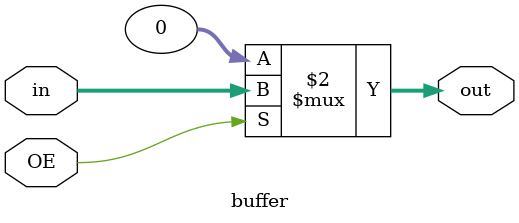
<source format=v>
`timescale 1ns / 1ps


module buffer(
    input wire [31:0] in,
    input wire OE,
    output wire [31:0] out
    //output wire done
    );
    //assign done = (OE != 0) ? 1 : 0;
    assign out = (OE != 0) ? in : 0;
endmodule

</source>
